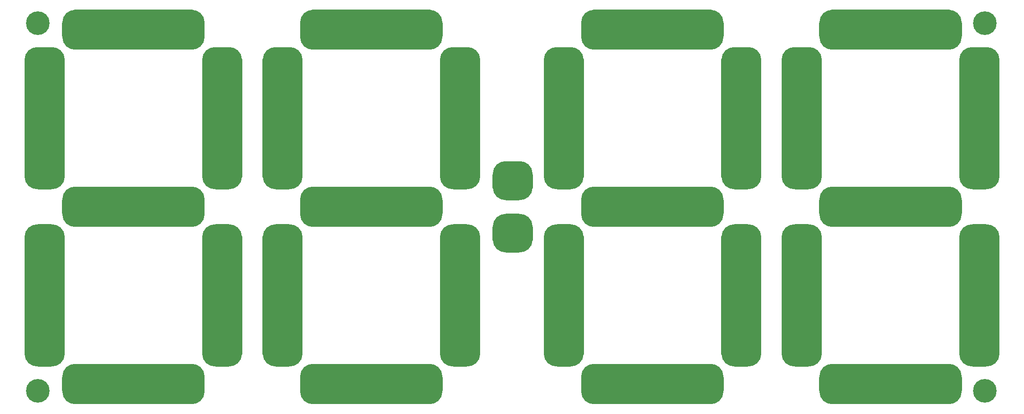
<source format=gbr>
G04 #@! TF.GenerationSoftware,KiCad,Pcbnew,(5.0.0)*
G04 #@! TF.CreationDate,2020-11-20T21:57:33-05:00*
G04 #@! TF.ProjectId,WS2812B Mini Clock top Layer,57533238313242204D696E6920436C6F,rev?*
G04 #@! TF.SameCoordinates,Original*
G04 #@! TF.FileFunction,Soldermask,Bot*
G04 #@! TF.FilePolarity,Negative*
%FSLAX46Y46*%
G04 Gerber Fmt 4.6, Leading zero omitted, Abs format (unit mm)*
G04 Created by KiCad (PCBNEW (5.0.0)) date 11/20/20 21:57:33*
%MOMM*%
%LPD*%
G01*
G04 APERTURE LIST*
%ADD10C,5.000000*%
%ADD11R,2.500000X2.500000*%
%ADD12R,22.000000X7.500000*%
%ADD13R,7.500000X22.000000*%
%ADD14C,4.400000*%
G04 APERTURE END LIST*
D10*
G04 #@! TO.C,REF\002A\002A*
X139000000Y-107500000D03*
D11*
X142750000Y-108750000D03*
X137750000Y-108750000D03*
D10*
X141500000Y-107500000D03*
D11*
X140250000Y-106250000D03*
X142750000Y-108750000D03*
X137750000Y-108750000D03*
X140250000Y-111000000D03*
D10*
X141500000Y-109750000D03*
X139000000Y-109750000D03*
G04 #@! TD*
D11*
G04 #@! TO.C,REF\002A\002A*
X81750000Y-70750000D03*
X57750000Y-70750000D03*
D10*
X59000000Y-72000000D03*
X59000000Y-69500000D03*
X80500000Y-72000000D03*
X80500000Y-69500000D03*
D12*
X69750000Y-70750000D03*
G04 #@! TD*
D13*
G04 #@! TO.C,REF\002A\002A*
X53250000Y-87250000D03*
D10*
X54500000Y-98000000D03*
X52000000Y-98000000D03*
X54500000Y-76500000D03*
X52000000Y-76500000D03*
D11*
X53250000Y-75250000D03*
X53250000Y-99250000D03*
G04 #@! TD*
G04 #@! TO.C,REF\002A\002A*
X57750000Y-136750000D03*
X81750000Y-136750000D03*
D10*
X80500000Y-135500000D03*
X80500000Y-138000000D03*
X59000000Y-135500000D03*
X59000000Y-138000000D03*
D12*
X69750000Y-136750000D03*
G04 #@! TD*
D11*
G04 #@! TO.C,REF\002A\002A*
X86250000Y-75250000D03*
X86250000Y-99250000D03*
D10*
X87500000Y-98000000D03*
X85000000Y-98000000D03*
X87500000Y-76500000D03*
X85000000Y-76500000D03*
D13*
X86250000Y-87250000D03*
G04 #@! TD*
D12*
G04 #@! TO.C,REF\002A\002A*
X69750000Y-103750000D03*
D10*
X80500000Y-102500000D03*
X80500000Y-105000000D03*
X59000000Y-102500000D03*
X59000000Y-105000000D03*
D11*
X57750000Y-103750000D03*
X81750000Y-103750000D03*
G04 #@! TD*
G04 #@! TO.C,REF\002A\002A*
X53250000Y-132250000D03*
X53250000Y-108250000D03*
D10*
X52000000Y-109500000D03*
X54500000Y-109500000D03*
X52000000Y-131000000D03*
X54500000Y-131000000D03*
D13*
X53250000Y-120250000D03*
G04 #@! TD*
G04 #@! TO.C,REF\002A\002A*
X86250000Y-120250000D03*
D10*
X85000000Y-109500000D03*
X87500000Y-109500000D03*
X85000000Y-131000000D03*
X87500000Y-131000000D03*
D11*
X86250000Y-132250000D03*
X86250000Y-108250000D03*
G04 #@! TD*
G04 #@! TO.C,REF\002A\002A*
X126000000Y-70750000D03*
X102000000Y-70750000D03*
D10*
X103250000Y-72000000D03*
X103250000Y-69500000D03*
X124750000Y-72000000D03*
X124750000Y-69500000D03*
D12*
X114000000Y-70750000D03*
G04 #@! TD*
D13*
G04 #@! TO.C,REF\002A\002A*
X97500000Y-87250000D03*
D10*
X98750000Y-98000000D03*
X96250000Y-98000000D03*
X98750000Y-76500000D03*
X96250000Y-76500000D03*
D11*
X97500000Y-75250000D03*
X97500000Y-99250000D03*
G04 #@! TD*
G04 #@! TO.C,REF\002A\002A*
X102000000Y-136750000D03*
X126000000Y-136750000D03*
D10*
X124750000Y-135500000D03*
X124750000Y-138000000D03*
X103250000Y-135500000D03*
X103250000Y-138000000D03*
D12*
X114000000Y-136750000D03*
G04 #@! TD*
D11*
G04 #@! TO.C,REF\002A\002A*
X130500000Y-75250000D03*
X130500000Y-99250000D03*
D10*
X131750000Y-98000000D03*
X129250000Y-98000000D03*
X131750000Y-76500000D03*
X129250000Y-76500000D03*
D13*
X130500000Y-87250000D03*
G04 #@! TD*
D12*
G04 #@! TO.C,REF\002A\002A*
X114000000Y-103750000D03*
D10*
X124750000Y-102500000D03*
X124750000Y-105000000D03*
X103250000Y-102500000D03*
X103250000Y-105000000D03*
D11*
X102000000Y-103750000D03*
X126000000Y-103750000D03*
G04 #@! TD*
G04 #@! TO.C,REF\002A\002A*
X97500000Y-132250000D03*
X97500000Y-108250000D03*
D10*
X96250000Y-109500000D03*
X98750000Y-109500000D03*
X96250000Y-131000000D03*
X98750000Y-131000000D03*
D13*
X97500000Y-120250000D03*
G04 #@! TD*
G04 #@! TO.C,REF\002A\002A*
X130500000Y-120250000D03*
D10*
X129250000Y-109500000D03*
X131750000Y-109500000D03*
X129250000Y-131000000D03*
X131750000Y-131000000D03*
D11*
X130500000Y-132250000D03*
X130500000Y-108250000D03*
G04 #@! TD*
G04 #@! TO.C,REF\002A\002A*
X178250000Y-70750000D03*
X154250000Y-70750000D03*
D10*
X155500000Y-72000000D03*
X155500000Y-69500000D03*
X177000000Y-72000000D03*
X177000000Y-69500000D03*
D12*
X166250000Y-70750000D03*
G04 #@! TD*
D13*
G04 #@! TO.C,REF\002A\002A*
X149750000Y-87250000D03*
D10*
X151000000Y-98000000D03*
X148500000Y-98000000D03*
X151000000Y-76500000D03*
X148500000Y-76500000D03*
D11*
X149750000Y-75250000D03*
X149750000Y-99250000D03*
G04 #@! TD*
G04 #@! TO.C,REF\002A\002A*
X154250000Y-136750000D03*
X178250000Y-136750000D03*
D10*
X177000000Y-135500000D03*
X177000000Y-138000000D03*
X155500000Y-135500000D03*
X155500000Y-138000000D03*
D12*
X166250000Y-136750000D03*
G04 #@! TD*
D11*
G04 #@! TO.C,REF\002A\002A*
X182750000Y-75250000D03*
X182750000Y-99250000D03*
D10*
X184000000Y-98000000D03*
X181500000Y-98000000D03*
X184000000Y-76500000D03*
X181500000Y-76500000D03*
D13*
X182750000Y-87250000D03*
G04 #@! TD*
D12*
G04 #@! TO.C,REF\002A\002A*
X166250000Y-103750000D03*
D10*
X177000000Y-102500000D03*
X177000000Y-105000000D03*
X155500000Y-102500000D03*
X155500000Y-105000000D03*
D11*
X154250000Y-103750000D03*
X178250000Y-103750000D03*
G04 #@! TD*
G04 #@! TO.C,REF\002A\002A*
X149750000Y-132250000D03*
X149750000Y-108250000D03*
D10*
X148500000Y-109500000D03*
X151000000Y-109500000D03*
X148500000Y-131000000D03*
X151000000Y-131000000D03*
D13*
X149750000Y-120250000D03*
G04 #@! TD*
G04 #@! TO.C,REF\002A\002A*
X182750000Y-120250000D03*
D10*
X181500000Y-109500000D03*
X184000000Y-109500000D03*
X181500000Y-131000000D03*
X184000000Y-131000000D03*
D11*
X182750000Y-132250000D03*
X182750000Y-108250000D03*
G04 #@! TD*
G04 #@! TO.C,REF\002A\002A*
X222500000Y-70750000D03*
X198500000Y-70750000D03*
D10*
X199750000Y-72000000D03*
X199750000Y-69500000D03*
X221250000Y-72000000D03*
X221250000Y-69500000D03*
D12*
X210500000Y-70750000D03*
G04 #@! TD*
D13*
G04 #@! TO.C,REF\002A\002A*
X194000000Y-87250000D03*
D10*
X195250000Y-98000000D03*
X192750000Y-98000000D03*
X195250000Y-76500000D03*
X192750000Y-76500000D03*
D11*
X194000000Y-75250000D03*
X194000000Y-99250000D03*
G04 #@! TD*
G04 #@! TO.C,REF\002A\002A*
X227000000Y-75250000D03*
X227000000Y-99250000D03*
D10*
X228250000Y-98000000D03*
X225750000Y-98000000D03*
X228250000Y-76500000D03*
X225750000Y-76500000D03*
D13*
X227000000Y-87250000D03*
G04 #@! TD*
D12*
G04 #@! TO.C,REF\002A\002A*
X210500000Y-103750000D03*
D10*
X221250000Y-102500000D03*
X221250000Y-105000000D03*
X199750000Y-102500000D03*
X199750000Y-105000000D03*
D11*
X198500000Y-103750000D03*
X222500000Y-103750000D03*
G04 #@! TD*
G04 #@! TO.C,REF\002A\002A*
X194000000Y-132250000D03*
X194000000Y-108250000D03*
D10*
X192750000Y-109500000D03*
X195250000Y-109500000D03*
X192750000Y-131000000D03*
X195250000Y-131000000D03*
D13*
X194000000Y-120250000D03*
G04 #@! TD*
D11*
G04 #@! TO.C,REF\002A\002A*
X198500000Y-136750000D03*
X222500000Y-136750000D03*
D10*
X221250000Y-135500000D03*
X221250000Y-138000000D03*
X199750000Y-135500000D03*
X199750000Y-138000000D03*
D12*
X210500000Y-136750000D03*
G04 #@! TD*
D14*
G04 #@! TO.C,REF3*
X228000000Y-69500000D03*
G04 #@! TD*
G04 #@! TO.C,REF4*
X228000000Y-138000000D03*
G04 #@! TD*
G04 #@! TO.C,REF2*
X52000000Y-69500000D03*
G04 #@! TD*
G04 #@! TO.C,REF\002A\002A*
X52000000Y-138000000D03*
G04 #@! TD*
D13*
G04 #@! TO.C,REF\002A\002A*
X227000000Y-120250000D03*
D10*
X225750000Y-109500000D03*
X228250000Y-109500000D03*
X225750000Y-131000000D03*
X228250000Y-131000000D03*
D11*
X227000000Y-132250000D03*
X227000000Y-108250000D03*
G04 #@! TD*
D10*
G04 #@! TO.C,REF\002A\002A*
X139000000Y-100000000D03*
X141500000Y-100000000D03*
D11*
X140250000Y-101250000D03*
X137750000Y-99000000D03*
X142750000Y-99000000D03*
X140250000Y-96500000D03*
D10*
X141500000Y-97750000D03*
D11*
X137750000Y-99000000D03*
X142750000Y-99000000D03*
D10*
X139000000Y-97750000D03*
G04 #@! TD*
M02*

</source>
